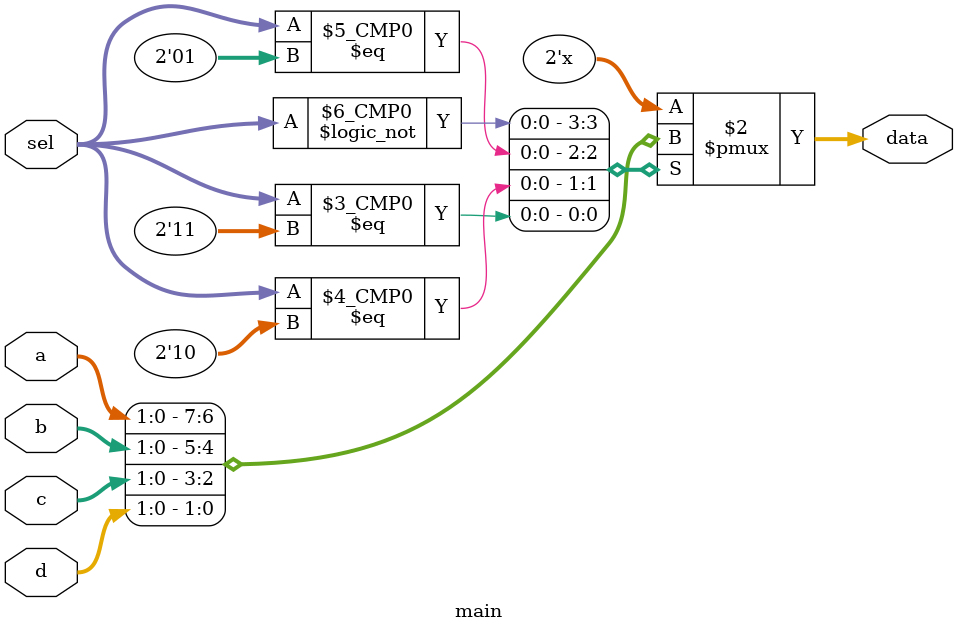
<source format=v>
`timescale 1ns / 1ps
module main(
    input 			[1:0] a,		//ÊäÈëa
    input 			[1:0] b,		//ÊäÈëb
    input 			[1:0] c,		//ÊäÈëc
    input 			[1:0] d,		//ÊäÈëd
	 input 			[1:0]	sel,	//ÊäÈëÑ¡Ôñsel
    output 	reg	[1:0] data		//Êä³ö
    );

always@(sel or a or b or c or d)
begin
	case(sel)
		2'h0:				data = a;
		2'h1:				data = b;
		2'h2:				data = c;
		2'h3:				data = d;
	endcase
end

endmodule

</source>
